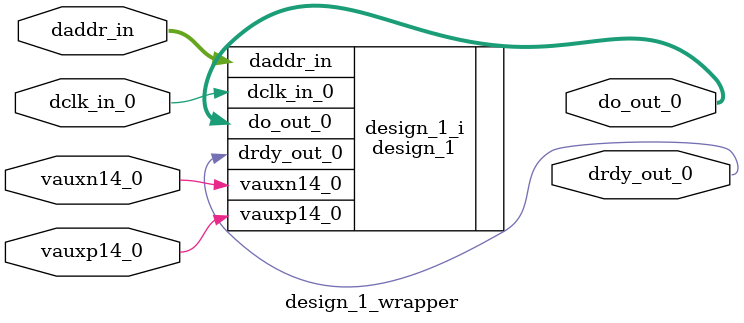
<source format=v>
`timescale 1 ps / 1 ps

module design_1_wrapper
   (daddr_in,
    dclk_in_0,
    do_out_0,
    drdy_out_0,
    vauxn14_0,
    vauxp14_0);
  input [6:0]daddr_in;
  input dclk_in_0;
  output [15:0]do_out_0;
  output drdy_out_0;
  input vauxn14_0;
  input vauxp14_0;

  wire [6:0]daddr_in;
  wire dclk_in_0;
  wire [15:0]do_out_0;
  wire drdy_out_0;
  wire vauxn14_0;
  wire vauxp14_0;

  design_1 design_1_i
       (.daddr_in(daddr_in),
        .dclk_in_0(dclk_in_0),
        .do_out_0(do_out_0),
        .drdy_out_0(drdy_out_0),
        .vauxn14_0(vauxn14_0),
        .vauxp14_0(vauxp14_0));
endmodule

</source>
